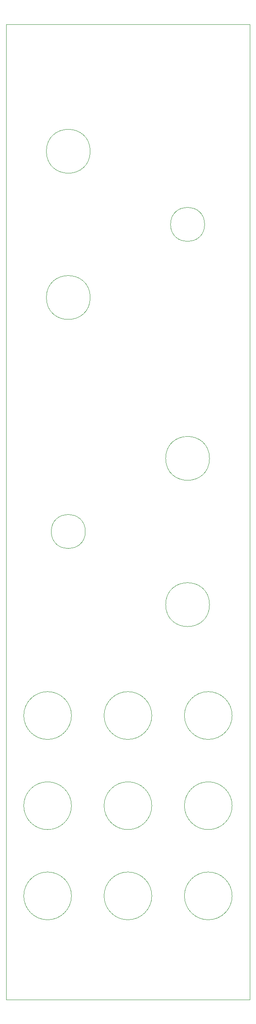
<source format=gm1>
%TF.GenerationSoftware,KiCad,Pcbnew,9.0.4*%
%TF.CreationDate,2025-10-04T20:48:30+02:00*%
%TF.ProjectId,DMH_Dual_VCA_Mk2_PANEL,444d485f-4475-4616-9c5f-5643415f4d6b,rev?*%
%TF.SameCoordinates,Original*%
%TF.FileFunction,Profile,NP*%
%FSLAX46Y46*%
G04 Gerber Fmt 4.6, Leading zero omitted, Abs format (unit mm)*
G04 Created by KiCad (PCBNEW 9.0.4) date 2025-10-04 20:48:30*
%MOMM*%
%LPD*%
G01*
G04 APERTURE LIST*
%TA.AperFunction,Profile*%
%ADD10C,0.050000*%
%TD*%
G04 APERTURE END LIST*
D10*
X50000000Y-30000000D02*
X100000000Y-30000000D01*
X100000000Y-230000000D01*
X50000000Y-230000000D01*
X50000000Y-30000000D01*
%TO.C,H9*%
X63400000Y-190250000D02*
G75*
G02*
X53600000Y-190250000I-4900000J0D01*
G01*
X53600000Y-190250000D02*
G75*
G02*
X63400000Y-190250000I4900000J0D01*
G01*
%TO.C,H8*%
X63400000Y-171750000D02*
G75*
G02*
X53600000Y-171750000I-4900000J0D01*
G01*
X53600000Y-171750000D02*
G75*
G02*
X63400000Y-171750000I4900000J0D01*
G01*
%TO.C,H15*%
X79900000Y-171750000D02*
G75*
G02*
X70100000Y-171750000I-4900000J0D01*
G01*
X70100000Y-171750000D02*
G75*
G02*
X79900000Y-171750000I4900000J0D01*
G01*
%TO.C,H13*%
X91750000Y-119000000D02*
G75*
G02*
X82750000Y-119000000I-4500000J0D01*
G01*
X82750000Y-119000000D02*
G75*
G02*
X91750000Y-119000000I4500000J0D01*
G01*
%TO.C,H14*%
X91750000Y-149000000D02*
G75*
G02*
X82750000Y-149000000I-4500000J0D01*
G01*
X82750000Y-149000000D02*
G75*
G02*
X91750000Y-149000000I4500000J0D01*
G01*
%TO.C,H17*%
X79900000Y-190250000D02*
G75*
G02*
X70100000Y-190250000I-4900000J0D01*
G01*
X70100000Y-190250000D02*
G75*
G02*
X79900000Y-190250000I4900000J0D01*
G01*
%TO.C,H10*%
X96400000Y-171750000D02*
G75*
G02*
X86600000Y-171750000I-4900000J0D01*
G01*
X86600000Y-171750000D02*
G75*
G02*
X96400000Y-171750000I4900000J0D01*
G01*
%TO.C,H5*%
X90750000Y-71000000D02*
G75*
G02*
X83750000Y-71000000I-3500000J0D01*
G01*
X83750000Y-71000000D02*
G75*
G02*
X90750000Y-71000000I3500000J0D01*
G01*
%TO.C,H11*%
X63400000Y-208750000D02*
G75*
G02*
X53600000Y-208750000I-4900000J0D01*
G01*
X53600000Y-208750000D02*
G75*
G02*
X63400000Y-208750000I4900000J0D01*
G01*
%TO.C,H19*%
X96400000Y-208750000D02*
G75*
G02*
X86600000Y-208750000I-4900000J0D01*
G01*
X86600000Y-208750000D02*
G75*
G02*
X96400000Y-208750000I4900000J0D01*
G01*
%TO.C,H18*%
X96400000Y-190250000D02*
G75*
G02*
X86600000Y-190250000I-4900000J0D01*
G01*
X86600000Y-190250000D02*
G75*
G02*
X96400000Y-190250000I4900000J0D01*
G01*
%TO.C,H6*%
X67250000Y-56000000D02*
G75*
G02*
X58250000Y-56000000I-4500000J0D01*
G01*
X58250000Y-56000000D02*
G75*
G02*
X67250000Y-56000000I4500000J0D01*
G01*
%TO.C,H7*%
X67250000Y-86000000D02*
G75*
G02*
X58250000Y-86000000I-4500000J0D01*
G01*
X58250000Y-86000000D02*
G75*
G02*
X67250000Y-86000000I4500000J0D01*
G01*
%TO.C,H16*%
X79900000Y-208750000D02*
G75*
G02*
X70100000Y-208750000I-4900000J0D01*
G01*
X70100000Y-208750000D02*
G75*
G02*
X79900000Y-208750000I4900000J0D01*
G01*
%TO.C,H12*%
X66250000Y-134000000D02*
G75*
G02*
X59250000Y-134000000I-3500000J0D01*
G01*
X59250000Y-134000000D02*
G75*
G02*
X66250000Y-134000000I3500000J0D01*
G01*
%TD*%
M02*

</source>
